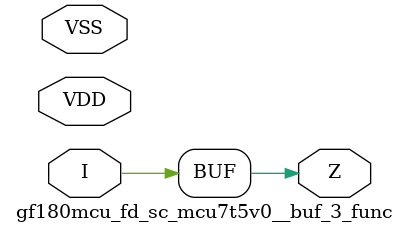
<source format=v>

module gf180mcu_fd_sc_mcu7t5v0__buf_3_func( I, Z, VDD, VSS );
input I;
inout VDD, VSS;
output Z;

	buf MGM_BG_0( Z, I );

endmodule

</source>
